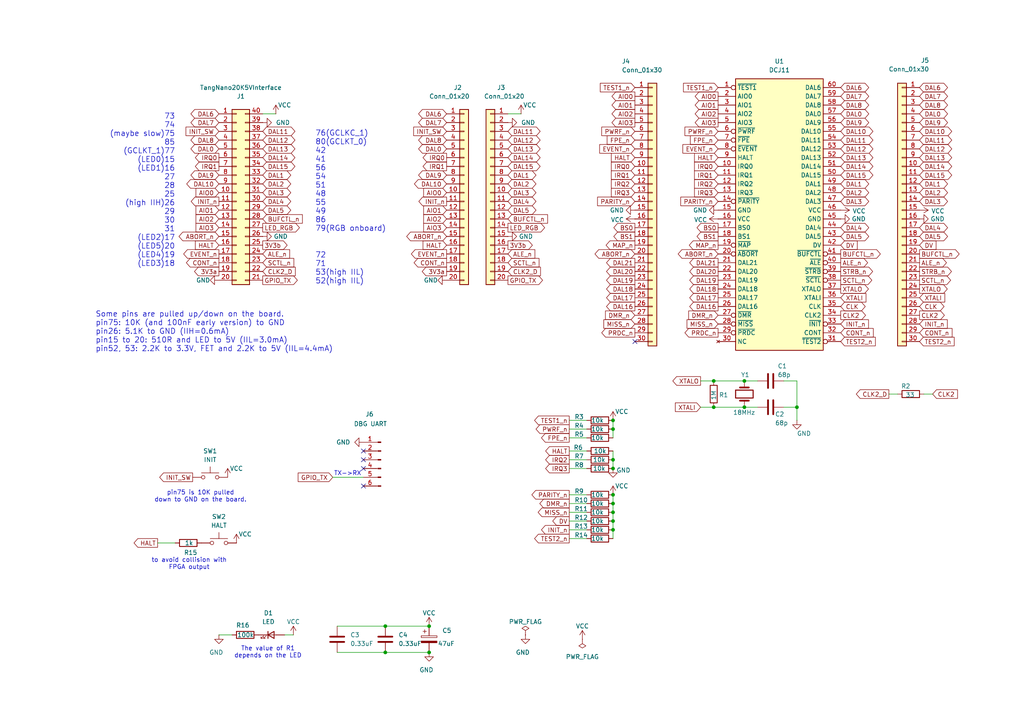
<source format=kicad_sch>
(kicad_sch (version 20231120) (generator "eeschema") (generator_version "8.0")
  (paper "A4")
  (title_block (title "Memory System and UART for DCJ11  using Tang Nano 20K") (date "2025-08-26") (rev "2.0") (company "Ryo Mukai") (comment 1 "modified to use CLK2"))
  (lib_symbols
    (symbol "000_MyLibrary:C" (pin_numbers hide) (pin_names (offset 0.254))
      (property "Reference" "C" (at 0.635 2.54 0))
      (property "Value" "C" (at 0.635 -2.54 0))
      (symbol "C_1_1"
        (pin passive line (at 0 3.81 270) (length 2.794) (name "~") (number "1"))
        (pin passive line (at 0 -3.81 90) (length 2.794) (name "~") (number "2"))
      )
    )
    (symbol "000_MyLibrary:C_Polarized" (pin_numbers hide) (pin_names (offset 0.254))
      (property "Reference" "C" (at 0.635 2.54 0))
      (property "Value" "C_Polarized" (at 0.635 -2.54 0))
      (symbol "C_Polarized_1_1"
        (pin passive line (at 0 3.81 270) (length 2.794) (name "~") (number "1"))
        (pin passive line (at 0 -3.81 90) (length 2.794) (name "~") (number "2"))
      )
    )
    (symbol "000_MyLibrary:Conn_01x06_Pin" (pin_names (offset 1.016) hide)
      (property "Reference" "J" (at 0 7.62 0))
      (property "Value" "Conn_01x06_Pin" (at 0 -10.16 0))
      (symbol "Conn_01x06_Pin_1_1"
        (pin passive line (at 5.08 5.08 180) (length 3.81) (name "Pin_1") (number "1"))
        (pin passive line (at 5.08 2.54 180) (length 3.81) (name "Pin_2") (number "2"))
        (pin passive line (at 5.08 0 180) (length 3.81) (name "Pin_3") (number "3"))
        (pin passive line (at 5.08 -2.54 180) (length 3.81) (name "Pin_4") (number "4"))
        (pin passive line (at 5.08 -5.08 180) (length 3.81) (name "Pin_5") (number "5"))
        (pin passive line (at 5.08 -7.62 180) (length 3.81) (name "Pin_6") (number "6"))
      )
    )
    (symbol "000_MyLibrary:Conn_01x20" (pin_names (offset 1.016) hide)
      (property "Reference" "J" (at 0 25.4 0))
      (property "Value" "Conn_01x20" (at 0 -27.94 0))
      (symbol "Conn_01x20_1_1"
        (pin passive line (at -5.08 22.86 0) (length 3.81) (name "Pin_1") (number "1"))
        (pin passive line (at -5.08 0 0) (length 3.81) (name "Pin_10") (number "10"))
        (pin passive line (at -5.08 -2.54 0) (length 3.81) (name "Pin_11") (number "11"))
        (pin passive line (at -5.08 -5.08 0) (length 3.81) (name "Pin_12") (number "12"))
        (pin passive line (at -5.08 -7.62 0) (length 3.81) (name "Pin_13") (number "13"))
        (pin passive line (at -5.08 -10.16 0) (length 3.81) (name "Pin_14") (number "14"))
        (pin passive line (at -5.08 -12.7 0) (length 3.81) (name "Pin_15") (number "15"))
        (pin passive line (at -5.08 -15.24 0) (length 3.81) (name "Pin_16") (number "16"))
        (pin passive line (at -5.08 -17.78 0) (length 3.81) (name "Pin_17") (number "17"))
        (pin passive line (at -5.08 -20.32 0) (length 3.81) (name "Pin_18") (number "18"))
        (pin passive line (at -5.08 -22.86 0) (length 3.81) (name "Pin_19") (number "19"))
        (pin passive line (at -5.08 20.32 0) (length 3.81) (name "Pin_2") (number "2"))
        (pin passive line (at -5.08 -25.4 0) (length 3.81) (name "Pin_20") (number "20"))
        (pin passive line (at -5.08 17.78 0) (length 3.81) (name "Pin_3") (number "3"))
        (pin passive line (at -5.08 15.24 0) (length 3.81) (name "Pin_4") (number "4"))
        (pin passive line (at -5.08 12.7 0) (length 3.81) (name "Pin_5") (number "5"))
        (pin passive line (at -5.08 10.16 0) (length 3.81) (name "Pin_6") (number "6"))
        (pin passive line (at -5.08 7.62 0) (length 3.81) (name "Pin_7") (number "7"))
        (pin passive line (at -5.08 5.08 0) (length 3.81) (name "Pin_8") (number "8"))
        (pin passive line (at -5.08 2.54 0) (length 3.81) (name "Pin_9") (number "9"))
      )
    )
    (symbol "000_MyLibrary:Conn_01x30" (pin_names (offset 1.016) hide)
      (property "Reference" "J" (at 0 38.1 0))
      (property "Value" "Conn_01x30" (at 0 -40.64 0))
      (symbol "Conn_01x30_1_1"
        (pin passive line (at -5.08 35.56 0) (length 3.81) (name "Pin_1") (number "1"))
        (pin passive line (at -5.08 12.7 0) (length 3.81) (name "Pin_10") (number "10"))
        (pin passive line (at -5.08 10.16 0) (length 3.81) (name "Pin_11") (number "11"))
        (pin passive line (at -5.08 7.62 0) (length 3.81) (name "Pin_12") (number "12"))
        (pin passive line (at -5.08 5.08 0) (length 3.81) (name "Pin_13") (number "13"))
        (pin passive line (at -5.08 2.54 0) (length 3.81) (name "Pin_14") (number "14"))
        (pin passive line (at -5.08 0 0) (length 3.81) (name "Pin_15") (number "15"))
        (pin passive line (at -5.08 -2.54 0) (length 3.81) (name "Pin_16") (number "16"))
        (pin passive line (at -5.08 -5.08 0) (length 3.81) (name "Pin_17") (number "17"))
        (pin passive line (at -5.08 -7.62 0) (length 3.81) (name "Pin_18") (number "18"))
        (pin passive line (at -5.08 -10.16 0) (length 3.81) (name "Pin_19") (number "19"))
        (pin passive line (at -5.08 33.02 0) (length 3.81) (name "Pin_2") (number "2"))
        (pin passive line (at -5.08 -12.7 0) (length 3.81) (name "Pin_20") (number "20"))
        (pin passive line (at -5.08 -15.24 0) (length 3.81) (name "Pin_21") (number "21"))
        (pin passive line (at -5.08 -17.78 0) (length 3.81) (name "Pin_22") (number "22"))
        (pin passive line (at -5.08 -20.32 0) (length 3.81) (name "Pin_23") (number "23"))
        (pin passive line (at -5.08 -22.86 0) (length 3.81) (name "Pin_24") (number "24"))
        (pin passive line (at -5.08 -25.4 0) (length 3.81) (name "Pin_25") (number "25"))
        (pin passive line (at -5.08 -27.94 0) (length 3.81) (name "Pin_26") (number "26"))
        (pin passive line (at -5.08 -30.48 0) (length 3.81) (name "Pin_27") (number "27"))
        (pin passive line (at -5.08 -33.02 0) (length 3.81) (name "Pin_28") (number "28"))
        (pin passive line (at -5.08 -35.56 0) (length 3.81) (name "Pin_29") (number "29"))
        (pin passive line (at -5.08 30.48 0) (length 3.81) (name "Pin_3") (number "3"))
        (pin passive line (at -5.08 -38.1 0) (length 3.81) (name "Pin_30") (number "30"))
        (pin passive line (at -5.08 27.94 0) (length 3.81) (name "Pin_4") (number "4"))
        (pin passive line (at -5.08 25.4 0) (length 3.81) (name "Pin_5") (number "5"))
        (pin passive line (at -5.08 22.86 0) (length 3.81) (name "Pin_6") (number "6"))
        (pin passive line (at -5.08 20.32 0) (length 3.81) (name "Pin_7") (number "7"))
        (pin passive line (at -5.08 17.78 0) (length 3.81) (name "Pin_8") (number "8"))
        (pin passive line (at -5.08 15.24 0) (length 3.81) (name "Pin_9") (number "9"))
      )
    )
    (symbol "000_MyLibrary:Conn_02x20_Counter_Clockwise" (pin_names (offset 1.016) hide)
      (property "Reference" "J" (at 1.27 25.4 0))
      (property "Value" "Conn_02x20_Counter_Clockwise" (at 1.27 -27.94 0))
      (symbol "Conn_02x20_Counter_Clockwise_1_1"
        (pin passive line (at -5.08 22.86 0) (length 3.81) (name "Pin_1") (number "1"))
        (pin passive line (at -5.08 0 0) (length 3.81) (name "Pin_10") (number "10"))
        (pin passive line (at -5.08 -2.54 0) (length 3.81) (name "Pin_11") (number "11"))
        (pin passive line (at -5.08 -5.08 0) (length 3.81) (name "Pin_12") (number "12"))
        (pin passive line (at -5.08 -7.62 0) (length 3.81) (name "Pin_13") (number "13"))
        (pin passive line (at -5.08 -10.16 0) (length 3.81) (name "Pin_14") (number "14"))
        (pin passive line (at -5.08 -12.7 0) (length 3.81) (name "Pin_15") (number "15"))
        (pin passive line (at -5.08 -15.24 0) (length 3.81) (name "Pin_16") (number "16"))
        (pin passive line (at -5.08 -17.78 0) (length 3.81) (name "Pin_17") (number "17"))
        (pin passive line (at -5.08 -20.32 0) (length 3.81) (name "Pin_18") (number "18"))
        (pin passive line (at -5.08 -22.86 0) (length 3.81) (name "Pin_19") (number "19"))
        (pin passive line (at -5.08 20.32 0) (length 3.81) (name "Pin_2") (number "2"))
        (pin passive line (at -5.08 -25.4 0) (length 3.81) (name "Pin_20") (number "20"))
        (pin passive line (at 7.62 -25.4 180) (length 3.81) (name "Pin_21") (number "21"))
        (pin passive line (at 7.62 -22.86 180) (length 3.81) (name "Pin_22") (number "22"))
        (pin passive line (at 7.62 -20.32 180) (length 3.81) (name "Pin_23") (number "23"))
        (pin passive line (at 7.62 -17.78 180) (length 3.81) (name "Pin_24") (number "24"))
        (pin passive line (at 7.62 -15.24 180) (length 3.81) (name "Pin_25") (number "25"))
        (pin passive line (at 7.62 -12.7 180) (length 3.81) (name "Pin_26") (number "26"))
        (pin passive line (at 7.62 -10.16 180) (length 3.81) (name "Pin_27") (number "27"))
        (pin passive line (at 7.62 -7.62 180) (length 3.81) (name "Pin_28") (number "28"))
        (pin passive line (at 7.62 -5.08 180) (length 3.81) (name "Pin_29") (number "29"))
        (pin passive line (at -5.08 17.78 0) (length 3.81) (name "Pin_3") (number "3"))
        (pin passive line (at 7.62 -2.54 180) (length 3.81) (name "Pin_30") (number "30"))
        (pin passive line (at 7.62 0 180) (length 3.81) (name "Pin_31") (number "31"))
        (pin passive line (at 7.62 2.54 180) (length 3.81) (name "Pin_32") (number "32"))
        (pin passive line (at 7.62 5.08 180) (length 3.81) (name "Pin_33") (number "33"))
        (pin passive line (at 7.62 7.62 180) (length 3.81) (name "Pin_34") (number "34"))
        (pin passive line (at 7.62 10.16 180) (length 3.81) (name "Pin_35") (number "35"))
        (pin passive line (at 7.62 12.7 180) (length 3.81) (name "Pin_36") (number "36"))
        (pin passive line (at 7.62 15.24 180) (length 3.81) (name "Pin_37") (number "37"))
        (pin passive line (at 7.62 17.78 180) (length 3.81) (name "Pin_38") (number "38"))
        (pin passive line (at 7.62 20.32 180) (length 3.81) (name "Pin_39") (number "39"))
        (pin passive line (at -5.08 15.24 0) (length 3.81) (name "Pin_4") (number "4"))
        (pin passive line (at 7.62 22.86 180) (length 3.81) (name "Pin_40") (number "40"))
        (pin passive line (at -5.08 12.7 0) (length 3.81) (name "Pin_5") (number "5"))
        (pin passive line (at -5.08 10.16 0) (length 3.81) (name "Pin_6") (number "6"))
        (pin passive line (at -5.08 7.62 0) (length 3.81) (name "Pin_7") (number "7"))
        (pin passive line (at -5.08 5.08 0) (length 3.81) (name "Pin_8") (number "8"))
        (pin passive line (at -5.08 2.54 0) (length 3.81) (name "Pin_9") (number "9"))
      )
    )
    (symbol "000_MyLibrary:Crystal" (pin_numbers hide) (pin_names (offset 1.016) hide)
      (property "Reference" "Y" (at 0 3.81 0))
      (property "Value" "Crystal" (at 0 -3.81 0))
      (symbol "Crystal_1_1"
        (pin passive line (at -3.81 0 0) (length 1.27) (name "1") (number "1"))
        (pin passive line (at 3.81 0 180) (length 1.27) (name "2") (number "2"))
      )
    )
    (symbol "000_MyLibrary:DCJ11"
      (property "Reference" "U" (at -3.302 42.672 0))
      (property "Value" "DCJ11" (at -0.762 40.64 0))
      (symbol "DCJ11_1_1"
        (pin input inverted (at -17.78 35.56 0) (length 5.08) (name "~{TEST1}") (number "1"))
        (pin input line (at -17.78 12.7 0) (length 5.08) (name "IRQ0") (number "10"))
        (pin input line (at -17.78 10.16 0) (length 5.08) (name "IRQ1") (number "11"))
        (pin input line (at -17.78 7.62 0) (length 5.08) (name "IRQ2") (number "12"))
        (pin input line (at -17.78 5.08 0) (length 5.08) (name "IRQ3") (number "13"))
        (pin input inverted (at -17.78 2.54 0) (length 5.08) (name "~{PARITY}") (number "14"))
        (pin power_in line (at -17.78 0 0) (length 5.08) (name "GND") (number "15"))
        (pin power_in line (at -17.78 -2.54 0) (length 5.08) (name "VCC") (number "16"))
        (pin output line (at -17.78 -5.08 0) (length 5.08) (name "BS0") (number "17"))
        (pin output line (at -17.78 -7.62 0) (length 5.08) (name "BS1") (number "18"))
        (pin output inverted (at -17.78 -10.16 0) (length 5.08) (name "~{MAP}") (number "19"))
        (pin bidirectional line (at -17.78 33.02 0) (length 5.08) (name "AIO0") (number "2"))
        (pin bidirectional inverted (at -17.78 -12.7 0) (length 5.08) (name "~{ABORT}") (number "20"))
        (pin output line (at -17.78 -15.24 0) (length 5.08) (name "DAL21") (number "21"))
        (pin output line (at -17.78 -17.78 0) (length 5.08) (name "DAL20") (number "22"))
        (pin output line (at -17.78 -20.32 0) (length 5.08) (name "DAL19") (number "23"))
        (pin output line (at -17.78 -22.86 0) (length 5.08) (name "DAL18") (number "24"))
        (pin output line (at -17.78 -25.4 0) (length 5.08) (name "DAL17") (number "25"))
        (pin output line (at -17.78 -27.94 0) (length 5.08) (name "DAL16") (number "26"))
        (pin input inverted (at -17.78 -30.48 0) (length 5.08) (name "~{DMR}") (number "27"))
        (pin input inverted (at -17.78 -33.02 0) (length 5.08) (name "~{MISS}") (number "28"))
        (pin output inverted (at -17.78 -35.56 0) (length 5.08) (name "~{PRDC}") (number "29"))
        (pin bidirectional line (at -17.78 30.48 0) (length 5.08) (name "AIO1") (number "3"))
        (pin no_connect line (at -17.78 -38.1 0) (length 5.08) (name "NC") (number "30"))
        (pin input inverted (at 17.78 -38.1 180) (length 5.08) (name "~{TEST2}") (number "31"))
        (pin input line (at 17.78 -35.56 180) (length 5.08) (name "CONT") (number "32"))
        (pin input inverted (at 17.78 -33.02 180) (length 5.08) (name "~{INIT}") (number "33"))
        (pin output line (at 17.78 -30.48 180) (length 5.08) (name "CLK2") (number "34"))
        (pin output line (at 17.78 -27.94 180) (length 5.08) (name "CLK") (number "35"))
        (pin input line (at 17.78 -25.4 180) (length 5.08) (name "XTALI") (number "36"))
        (pin output line (at 17.78 -22.86 180) (length 5.08) (name "XTALO") (number "37"))
        (pin output inverted (at 17.78 -20.32 180) (length 5.08) (name "~{SCTL}") (number "38"))
        (pin output inverted (at 17.78 -17.78 180) (length 5.08) (name "~{STRB}") (number "39"))
        (pin bidirectional line (at -17.78 27.94 0) (length 5.08) (name "AIO2") (number "4"))
        (pin output inverted (at 17.78 -15.24 180) (length 5.08) (name "~{ALE}") (number "40"))
        (pin output inverted (at 17.78 -12.7 180) (length 5.08) (name "~{BUFCTL}") (number "41"))
        (pin input line (at 17.78 -10.16 180) (length 5.08) (name "DV") (number "42"))
        (pin bidirectional line (at 17.78 -7.62 180) (length 5.08) (name "DAL5") (number "43"))
        (pin bidirectional line (at 17.78 -5.08 180) (length 5.08) (name "DAL4") (number "44"))
        (pin power_in line (at 17.78 -2.54 180) (length 5.08) (name "GND") (number "45"))
        (pin power_in line (at 17.78 0 180) (length 5.08) (name "VCC") (number "46"))
        (pin bidirectional line (at 17.78 2.54 180) (length 5.08) (name "DAL3") (number "47"))
        (pin bidirectional line (at 17.78 5.08 180) (length 5.08) (name "DAL2") (number "48"))
        (pin bidirectional line (at 17.78 7.62 180) (length 5.08) (name "DAL1") (number "49"))
        (pin bidirectional line (at -17.78 25.4 0) (length 5.08) (name "AIO3") (number "5"))
        (pin bidirectional line (at 17.78 10.16 180) (length 5.08) (name "DAL15") (number "50"))
        (pin bidirectional line (at 17.78 12.7 180) (length 5.08) (name "DAL14") (number "51"))
        (pin bidirectional line (at 17.78 15.24 180) (length 5.08) (name "DAL13") (number "52"))
        (pin bidirectional line (at 17.78 17.78 180) (length 5.08) (name "DAL12") (number "53"))
        (pin bidirectional line (at 17.78 20.32 180) (length 5.08) (name "DAL11") (number "54"))
        (pin bidirectional line (at 17.78 22.86 180) (length 5.08) (name "DAL10") (number "55"))
        (pin bidirectional line (at 17.78 25.4 180) (length 5.08) (name "DAL9") (number "56"))
        (pin bidirectional line (at 17.78 27.94 180) (length 5.08) (name "DAL0") (number "57"))
        (pin bidirectional line (at 17.78 30.48 180) (length 5.08) (name "DAL8") (number "58"))
        (pin bidirectional line (at 17.78 33.02 180) (length 5.08) (name "DAL7") (number "59"))
        (pin input inverted (at -17.78 22.86 0) (length 5.08) (name "~{PWRF}") (number "6"))
        (pin bidirectional line (at 17.78 35.56 180) (length 5.08) (name "DAL6") (number "60"))
        (pin input inverted (at -17.78 20.32 0) (length 5.08) (name "~{FPE}") (number "7"))
        (pin input inverted (at -17.78 17.78 0) (length 5.08) (name "~{EVENT}") (number "8"))
        (pin input line (at -17.78 15.24 0) (length 5.08) (name "HALT") (number "9"))
      )
    )
    (symbol "000_MyLibrary:LED" (pin_numbers hide) (pin_names (offset 1.016) hide)
      (property "Reference" "D" (at 0.254 2.54 0))
      (property "Value" "LED" (at 0.254 -2.54 0))
      (symbol "LED_1_1"
        (pin passive line (at -3.81 0 0) (length 2.54) (name "K") (number "1"))
        (pin passive line (at 3.81 0 180) (length 2.54) (name "A") (number "2"))
      )
    )
    (symbol "000_MyLibrary:R" (pin_numbers hide) (pin_names (offset 0))
      (property "Reference" "R" (at 2.032 0 90))
      (property "Value" "R" (at 0 0 90))
      (symbol "R_1_1"
        (pin passive line (at 0 3.81 270) (length 1.27) (name "~") (number "1"))
        (pin passive line (at 0 -3.81 90) (length 1.27) (name "~") (number "2"))
      )
    )
    (symbol "000_MyLibrary:SW_Push" (pin_numbers hide) (pin_names (offset 1.016) hide)
      (property "Reference" "SW" (at 1.27 2.54 0))
      (property "Value" "SW_Push" (at 0 -1.524 0))
      (symbol "SW_Push_0_1"
        (pin passive line (at -5.08 0 0) (length 2.54) (name "1") (number "1"))
        (pin passive line (at 5.08 0 180) (length 2.54) (name "2") (number "2"))
      )
    )
    (symbol "power:GND" (power) (pin_numbers hide) (pin_names (offset 0) hide)
      (property "Value" "GND" (at 0 -3.81 0))
      (symbol "GND_1_1"
        (pin power_in line (at 0 0 270) (length 0) (name "~") (number "1"))
      )
    )
    (symbol "power:PWR_FLAG" (power) (pin_numbers hide) (pin_names (offset 0) hide)
      (property "Value" "PWR_FLAG" (at 0 3.81 0))
      (symbol "PWR_FLAG_0_0"
        (pin power_out line (at 0 0 90) (length 0) (name "~") (number "1"))
      )
    )
    (symbol "power:VCC" (power) (pin_numbers hide) (pin_names (offset 0) hide)
      (property "Value" "VCC" (at 0 3.556 0))
      (symbol "VCC_1_1"
        (pin power_in line (at 0 0 90) (length 0) (name "~") (number "1"))
      )
    )
  )
  (junction (at 177.8 143.51))
  (junction (at 207.01 118.11))
  (junction (at 177.8 146.05))
  (junction (at 177.8 148.59))
  (junction (at 124.46 181.61))
  (junction (at 111.76 189.23))
  (junction (at 215.9 110.49))
  (junction (at 177.8 133.35))
  (junction (at 207.01 110.49))
  (junction (at 177.8 135.89))
  (junction (at 124.46 189.23))
  (junction (at 231.14 118.11))
  (junction (at 177.8 153.67))
  (junction (at 215.9 118.11))
  (junction (at 177.8 151.13))
  (junction (at 177.8 124.46))
  (junction (at 111.76 181.61))
  (junction (at 177.8 121.92))
  (no_connect (at 184.15 99.06))
  (no_connect (at 105.41 130.81))
  (no_connect (at 105.41 140.97))
  (no_connect (at 105.41 135.89))
  (no_connect (at 105.41 133.35))
  (wire (pts (xy 219.71 118.11) (xy 215.9 118.11)))
  (wire (pts (xy 231.14 110.49) (xy 231.14 118.11)))
  (wire (pts (xy 170.18 124.46) (xy 165.1 124.46)))
  (wire (pts (xy 170.18 146.05) (xy 165.1 146.05)))
  (wire (pts (xy 97.79 189.23) (xy 111.76 189.23)))
  (wire (pts (xy 170.18 153.67) (xy 165.1 153.67)))
  (wire (pts (xy 177.8 143.51) (xy 177.8 146.05)))
  (wire (pts (xy 207.01 118.11) (xy 215.9 118.11)))
  (wire (pts (xy 203.2 118.11) (xy 207.01 118.11)))
  (wire (pts (xy 170.18 133.35) (xy 165.1 133.35)))
  (wire (pts (xy 45.72 157.48) (xy 50.8 157.48)))
  (wire (pts (xy 177.8 130.81) (xy 177.8 133.35)))
  (wire (pts (xy 177.8 121.92) (xy 177.8 124.46)))
  (wire (pts (xy 257.81 114.3) (xy 260.35 114.3)))
  (wire (pts (xy 227.33 110.49) (xy 231.14 110.49)))
  (wire (pts (xy 82.55 184.15) (xy 85.09 184.15)))
  (wire (pts (xy 170.18 135.89) (xy 165.1 135.89)))
  (wire (pts (xy 203.2 110.49) (xy 207.01 110.49)))
  (wire (pts (xy 111.76 189.23) (xy 124.46 189.23)))
  (wire (pts (xy 177.8 124.46) (xy 177.8 127)))
  (wire (pts (xy 177.8 153.67) (xy 177.8 156.21)))
  (wire (pts (xy 177.8 133.35) (xy 177.8 135.89)))
  (wire (pts (xy 63.5 184.15) (xy 67.31 184.15)))
  (wire (pts (xy 80.01 33.02) (xy 76.2 33.02)))
  (wire (pts (xy 177.8 146.05) (xy 177.8 148.59)))
  (wire (pts (xy 97.79 181.61) (xy 111.76 181.61)))
  (wire (pts (xy 270.51 114.3) (xy 267.97 114.3)))
  (wire (pts (xy 219.71 110.49) (xy 215.9 110.49)))
  (wire (pts (xy 170.18 148.59) (xy 165.1 148.59)))
  (wire (pts (xy 177.8 151.13) (xy 177.8 153.67)))
  (wire (pts (xy 170.18 151.13) (xy 165.1 151.13)))
  (wire (pts (xy 151.13 33.02) (xy 147.32 33.02)))
  (wire (pts (xy 170.18 127) (xy 165.1 127)))
  (wire (pts (xy 170.18 156.21) (xy 165.1 156.21)))
  (wire (pts (xy 231.14 118.11) (xy 231.14 121.92)))
  (wire (pts (xy 227.33 118.11) (xy 231.14 118.11)))
  (wire (pts (xy 111.76 181.61) (xy 124.46 181.61)))
  (wire (pts (xy 165.1 130.81) (xy 170.18 130.81)))
  (wire (pts (xy 207.01 110.49) (xy 215.9 110.49)))
  (wire (pts (xy 177.8 148.59) (xy 177.8 151.13)))
  (wire (pts (xy 96.52 138.43) (xy 105.41 138.43)))
  (wire (pts (xy 170.18 143.51) (xy 165.1 143.51)))
  (wire (pts (xy 170.18 121.92) (xy 165.1 121.92)))
  (text "72\n71\n53(high IIL)\n52(high IIL)" (at 91.44 82.55 0) (effects (font (size 1.56 1.56)) (justify left bottom)))
  (text "73\n74\n(maybe slow)75\n85\n(GCLKT_1)77\n(LED0)15\n(LED1)16\n27\n28\n25\n(high IIH)26\n29\n30\n31\n(LED2)17\n(LED5)20\n(LED4)19\n(LED3)18" (at 50.8 77.47 0) (effects (font (size 1.56 1.56)) (justify right bottom)))
  (text "76(GCLKC_1)\n80(GCLKT_0)\n42\n41\n56\n54\n51\n48\n55\n49\n86\n79(RGB onboard)" (at 91.44 67.31 0) (effects (font (size 1.56 1.56)) (justify left bottom)))
  (text "Some pins are pulled up/down on the board.\npin75: 10K (and 100nF early version) to GND\npin26: 5.1K to GND (IIH=0.6mA)\npin15 to 20: 510R and LED to 5V (IIL=3.0mA)\npin52, 53: 2.2K to 3.3V, FET and 2.2K to 5V (IIL=4.4mA)\n" (at 27.686 96.266 0) (effects (font (size 1.56 1.56)) (justify left)))
  (text "The value of R1\ndepends on the LED" (at 77.724 189.23 0) (effects (font (size 1.27 1.27))))
  (text "TX->RX" (at 100.838 137.414 0) (effects (font (size 1.27 1.27))))
  (text "pin75 is 10K pulled\ndown to GND on the board." (at 58.166 144.018 0) (effects (font (size 1.27 1.27))))
  (text "to avoid collision with\nFPGA output" (at 54.864 163.576 0) (effects (font (size 1.27 1.27))))
  (global_label "HALT" (shape input) (at 184.15 45.72 180) (property "Intersheetrefs" "${INTERSHEET_REFS}" (effects (hide yes))))
  (global_label "DAL7" (shape tri_state) (at 266.7 27.94 0) (property "Intersheetrefs" "${INTERSHEET_REFS}" (effects (hide yes))))
  (global_label "LED_RGB" (shape output) (at 147.32 66.04 0) (property "Intersheetrefs" "${INTERSHEET_REFS}" (effects (hide yes))))
  (global_label "DAL14" (shape tri_state) (at 147.32 45.72 0) (property "Intersheetrefs" "${INTERSHEET_REFS}" (effects (hide yes))))
  (global_label "DAL4" (shape tri_state) (at 266.7 66.04 0) (property "Intersheetrefs" "${INTERSHEET_REFS}" (effects (hide yes))))
  (global_label "AIO1" (shape output) (at 184.15 30.48 180) (property "Intersheetrefs" "${INTERSHEET_REFS}" (effects (hide yes))))
  (global_label "BS0" (shape output) (at 208.28 66.04 180) (property "Intersheetrefs" "${INTERSHEET_REFS}" (effects (hide yes))))
  (global_label "DAL17" (shape output) (at 208.28 86.36 180) (property "Intersheetrefs" "${INTERSHEET_REFS}" (effects (hide yes))))
  (global_label "DAL9" (shape tri_state) (at 266.7 35.56 0) (property "Intersheetrefs" "${INTERSHEET_REFS}" (effects (hide yes))))
  (global_label "ALE_n" (shape output) (at 266.7 76.2 0) (property "Intersheetrefs" "${INTERSHEET_REFS}" (effects (hide yes))))
  (global_label "DAL17" (shape output) (at 184.15 86.36 180) (property "Intersheetrefs" "${INTERSHEET_REFS}" (effects (hide yes))))
  (global_label "DAL4" (shape tri_state) (at 76.2 58.42 0) (property "Intersheetrefs" "${INTERSHEET_REFS}" (effects (hide yes))))
  (global_label "EVENT_n" (shape output) (at 129.54 73.66 180) (property "Intersheetrefs" "${INTERSHEET_REFS}" (effects (hide yes))))
  (global_label "DAL9" (shape tri_state) (at 243.84 35.56 0) (property "Intersheetrefs" "${INTERSHEET_REFS}" (effects (hide yes))))
  (global_label "IRQ2" (shape output) (at 165.1 133.35 180) (property "Intersheetrefs" "${INTERSHEET_REFS}" (effects (hide yes))))
  (global_label "DAL6" (shape tri_state) (at 63.5 33.02 180) (property "Intersheetrefs" "${INTERSHEET_REFS}" (effects (hide yes))))
  (global_label "IRQ3" (shape input) (at 184.15 55.88 180) (property "Intersheetrefs" "${INTERSHEET_REFS}" (effects (hide yes))))
  (global_label "DAL15" (shape tri_state) (at 76.2 48.26 0) (property "Intersheetrefs" "${INTERSHEET_REFS}" (effects (hide yes))))
  (global_label "AIO3" (shape input) (at 63.5 66.04 180) (property "Intersheetrefs" "${INTERSHEET_REFS}" (effects (hide yes))))
  (global_label "DAL13" (shape tri_state) (at 266.7 45.72 0) (property "Intersheetrefs" "${INTERSHEET_REFS}" (effects (hide yes))))
  (global_label "IRQ0" (shape input) (at 184.15 48.26 180) (property "Intersheetrefs" "${INTERSHEET_REFS}" (effects (hide yes))))
  (global_label "IRQ3" (shape output) (at 165.1 135.89 180) (property "Intersheetrefs" "${INTERSHEET_REFS}" (effects (hide yes))))
  (global_label "DAL5" (shape tri_state) (at 147.32 60.96 0) (property "Intersheetrefs" "${INTERSHEET_REFS}" (effects (hide yes))))
  (global_label "MISS_n" (shape input) (at 184.15 93.98 180) (property "Intersheetrefs" "${INTERSHEET_REFS}" (effects (hide yes))))
  (global_label "HALT" (shape input) (at 129.54 71.12 180) (property "Intersheetrefs" "${INTERSHEET_REFS}" (effects (hide yes))))
  (global_label "ABORT_n" (shape bidirectional) (at 184.15 73.66 180) (property "Intersheetrefs" "${INTERSHEET_REFS}" (effects (hide yes))))
  (global_label "AIO2" (shape input) (at 63.5 63.5 180) (property "Intersheetrefs" "${INTERSHEET_REFS}" (effects (hide yes))))
  (global_label "IRQ0" (shape output) (at 63.5 45.72 180) (property "Intersheetrefs" "${INTERSHEET_REFS}" (effects (hide yes))))
  (global_label "DAL15" (shape tri_state) (at 147.32 48.26 0) (property "Intersheetrefs" "${INTERSHEET_REFS}" (effects (hide yes))))
  (global_label "SCTL_n" (shape input) (at 76.2 76.2 0) (property "Intersheetrefs" "${INTERSHEET_REFS}" (effects (hide yes))))
  (global_label "DAL13" (shape tri_state) (at 76.2 43.18 0) (property "Intersheetrefs" "${INTERSHEET_REFS}" (effects (hide yes))))
  (global_label "STRB_n" (shape output) (at 243.84 78.74 0) (property "Intersheetrefs" "${INTERSHEET_REFS}" (effects (hide yes))))
  (global_label "AIO0" (shape input) (at 63.5 55.88 180) (property "Intersheetrefs" "${INTERSHEET_REFS}" (effects (hide yes))))
  (global_label "DAL2" (shape tri_state) (at 243.84 55.88 0) (property "Intersheetrefs" "${INTERSHEET_REFS}" (effects (hide yes))))
  (global_label "PWRF_n" (shape output) (at 165.1 124.46 180) (property "Intersheetrefs" "${INTERSHEET_REFS}" (effects (hide yes))))
  (global_label "CONT_n" (shape input) (at 243.84 96.52 0) (property "Intersheetrefs" "${INTERSHEET_REFS}" (effects (hide yes))))
  (global_label "SCTL_n" (shape output) (at 243.84 81.28 0) (property "Intersheetrefs" "${INTERSHEET_REFS}" (effects (hide yes))))
  (global_label "ALE_n" (shape input) (at 147.32 73.66 0) (property "Intersheetrefs" "${INTERSHEET_REFS}" (effects (hide yes))))
  (global_label "HALT" (shape input) (at 208.28 45.72 180) (property "Intersheetrefs" "${INTERSHEET_REFS}" (effects (hide yes))))
  (global_label "DAL11" (shape tri_state) (at 266.7 40.64 0) (property "Intersheetrefs" "${INTERSHEET_REFS}" (effects (hide yes))))
  (global_label "3V3a" (shape output) (at 129.54 78.74 180) (property "Intersheetrefs" "${INTERSHEET_REFS}" (effects (hide yes))))
  (global_label "CLK2" (shape output) (at 266.7 91.44 0) (property "Intersheetrefs" "${INTERSHEET_REFS}" (effects (hide yes))))
  (global_label "BS0" (shape output) (at 184.15 66.04 180) (property "Intersheetrefs" "${INTERSHEET_REFS}" (effects (hide yes))))
  (global_label "DAL1" (shape tri_state) (at 147.32 50.8 0) (property "Intersheetrefs" "${INTERSHEET_REFS}" (effects (hide yes))))
  (global_label "DAL5" (shape tri_state) (at 243.84 68.58 0) (property "Intersheetrefs" "${INTERSHEET_REFS}" (effects (hide yes))))
  (global_label "DAL0" (shape tri_state) (at 129.54 43.18 180) (property "Intersheetrefs" "${INTERSHEET_REFS}" (effects (hide yes))))
  (global_label "DAL14" (shape tri_state) (at 243.84 48.26 0) (property "Intersheetrefs" "${INTERSHEET_REFS}" (effects (hide yes))))
  (global_label "PWRF_n" (shape input) (at 208.28 38.1 180) (property "Intersheetrefs" "${INTERSHEET_REFS}" (effects (hide yes))))
  (global_label "DAL18" (shape output) (at 208.28 83.82 180) (property "Intersheetrefs" "${INTERSHEET_REFS}" (effects (hide yes))))
  (global_label "TEST2_n" (shape output) (at 165.1 156.21 180) (property "Intersheetrefs" "${INTERSHEET_REFS}" (effects (hide yes))))
  (global_label "DAL8" (shape tri_state) (at 63.5 40.64 180) (property "Intersheetrefs" "${INTERSHEET_REFS}" (effects (hide yes))))
  (global_label "DAL4" (shape tri_state) (at 243.84 66.04 0) (property "Intersheetrefs" "${INTERSHEET_REFS}" (effects (hide yes))))
  (global_label "DAL21" (shape output) (at 184.15 76.2 180) (property "Intersheetrefs" "${INTERSHEET_REFS}" (effects (hide yes))))
  (global_label "EVENT_n" (shape input) (at 208.28 43.18 180) (property "Intersheetrefs" "${INTERSHEET_REFS}" (effects (hide yes))))
  (global_label "AIO1" (shape output) (at 208.28 30.48 180) (property "Intersheetrefs" "${INTERSHEET_REFS}" (effects (hide yes))))
  (global_label "DAL15" (shape tri_state) (at 243.84 50.8 0) (property "Intersheetrefs" "${INTERSHEET_REFS}" (effects (hide yes))))
  (global_label "DAL5" (shape tri_state) (at 266.7 68.58 0) (property "Intersheetrefs" "${INTERSHEET_REFS}" (effects (hide yes))))
  (global_label "XTALO" (shape output) (at 243.84 83.82 0) (property "Intersheetrefs" "${INTERSHEET_REFS}" (effects (hide yes))))
  (global_label "DAL10" (shape tri_state) (at 129.54 53.34 180) (property "Intersheetrefs" "${INTERSHEET_REFS}" (effects (hide yes))))
  (global_label "DAL7" (shape tri_state) (at 63.5 35.56 180) (property "Intersheetrefs" "${INTERSHEET_REFS}" (effects (hide yes))))
  (global_label "TEST2_n" (shape input) (at 243.84 99.06 0) (property "Intersheetrefs" "${INTERSHEET_REFS}" (effects (hide yes))))
  (global_label "PARITY_n" (shape output) (at 165.1 143.51 180) (property "Intersheetrefs" "${INTERSHEET_REFS}" (effects (hide yes))))
  (global_label "DAL15" (shape tri_state) (at 266.7 50.8 0) (property "Intersheetrefs" "${INTERSHEET_REFS}" (effects (hide yes))))
  (global_label "DAL7" (shape tri_state) (at 243.84 27.94 0) (property "Intersheetrefs" "${INTERSHEET_REFS}" (effects (hide yes))))
  (global_label "XTALI" (shape input) (at 266.7 86.36 0) (property "Intersheetrefs" "${INTERSHEET_REFS}" (effects (hide yes))))
  (global_label "TEST1_n" (shape input) (at 208.28 25.4 180) (property "Intersheetrefs" "${INTERSHEET_REFS}" (effects (hide yes))))
  (global_label "PARITY_n" (shape input) (at 184.15 58.42 180) (property "Intersheetrefs" "${INTERSHEET_REFS}" (effects (hide yes))))
  (global_label "DAL5" (shape tri_state) (at 76.2 60.96 0) (property "Intersheetrefs" "${INTERSHEET_REFS}" (effects (hide yes))))
  (global_label "TEST2_n" (shape input) (at 266.7 99.06 0) (property "Intersheetrefs" "${INTERSHEET_REFS}" (effects (hide yes))))
  (global_label "CLK2" (shape input) (at 270.51 114.3 0) (property "Intersheetrefs" "${INTERSHEET_REFS}" (effects (hide yes))))
  (global_label "DAL14" (shape tri_state) (at 266.7 48.26 0) (property "Intersheetrefs" "${INTERSHEET_REFS}" (effects (hide yes))))
  (global_label "DAL11" (shape tri_state) (at 76.2 38.1 0) (property "Intersheetrefs" "${INTERSHEET_REFS}" (effects (hide yes))))
  (global_label "CONT_n" (shape input) (at 266.7 96.52 0) (property "Intersheetrefs" "${INTERSHEET_REFS}" (effects (hide yes))))
  (global_label "FPE_n" (shape input) (at 208.28 40.64 180) (property "Intersheetrefs" "${INTERSHEET_REFS}" (effects (hide yes))))
  (global_label "DAL10" (shape tri_state) (at 266.7 38.1 0) (property "Intersheetrefs" "${INTERSHEET_REFS}" (effects (hide yes))))
  (global_label "INIT_n" (shape input) (at 243.84 93.98 0) (property "Intersheetrefs" "${INTERSHEET_REFS}" (effects (hide yes))))
  (global_label "GPIO_TX" (shape output) (at 76.2 81.28 0) (property "Intersheetrefs" "${INTERSHEET_REFS}" (effects (hide yes))))
  (global_label "BUFCTL_n" (shape input) (at 147.32 63.5 0) (property "Intersheetrefs" "${INTERSHEET_REFS}" (effects (hide yes))))
  (global_label "DAL16" (shape output) (at 208.28 88.9 180) (property "Intersheetrefs" "${INTERSHEET_REFS}" (effects (hide yes))))
  (global_label "DAL8" (shape tri_state) (at 243.84 30.48 0) (property "Intersheetrefs" "${INTERSHEET_REFS}" (effects (hide yes))))
  (global_label "SCTL_n" (shape output) (at 266.7 81.28 0) (property "Intersheetrefs" "${INTERSHEET_REFS}" (effects (hide yes))))
  (global_label "XTALO" (shape output) (at 203.2 110.49 180) (property "Intersheetrefs" "${INTERSHEET_REFS}" (effects (hide yes))))
  (global_label "DAL13" (shape tri_state) (at 243.84 45.72 0) (property "Intersheetrefs" "${INTERSHEET_REFS}" (effects (hide yes))))
  (global_label "INIT_n" (shape output) (at 165.1 153.67 180) (property "Intersheetrefs" "${INTERSHEET_REFS}" (effects (hide yes))))
  (global_label "DAL4" (shape tri_state) (at 147.32 58.42 0) (property "Intersheetrefs" "${INTERSHEET_REFS}" (effects (hide yes))))
  (global_label "DAL12" (shape tri_state) (at 243.84 43.18 0) (property "Intersheetrefs" "${INTERSHEET_REFS}" (effects (hide yes))))
  (global_label "EVENT_n" (shape output) (at 63.5 73.66 180) (property "Intersheetrefs" "${INTERSHEET_REFS}" (effects (hide yes))))
  (global_label "STRB_n" (shape output) (at 266.7 78.74 0) (property "Intersheetrefs" "${INTERSHEET_REFS}" (effects (hide yes))))
  (global_label "ABORT_n" (shape bidirectional) (at 208.28 73.66 180) (property "Intersheetrefs" "${INTERSHEET_REFS}" (effects (hide yes))))
  (global_label "INIT_n" (shape output) (at 129.54 58.42 180) (property "Intersheetrefs" "${INTERSHEET_REFS}" (effects (hide yes))))
  (global_label "MAP_n" (shape output) (at 184.15 71.12 180) (property "Intersheetrefs" "${INTERSHEET_REFS}" (effects (hide yes))))
  (global_label "TEST1_n" (shape output) (at 165.1 121.92 180) (property "Intersheetrefs" "${INTERSHEET_REFS}" (effects (hide yes))))
  (global_label "DAL9" (shape tri_state) (at 63.5 50.8 180) (property "Intersheetrefs" "${INTERSHEET_REFS}" (effects (hide yes))))
  (global_label "DAL14" (shape tri_state) (at 76.2 45.72 0) (property "Intersheetrefs" "${INTERSHEET_REFS}" (effects (hide yes))))
  (global_label "BUFCTL_n" (shape input) (at 76.2 63.5 0) (property "Intersheetrefs" "${INTERSHEET_REFS}" (effects (hide yes))))
  (global_label "SCTL_n" (shape input) (at 147.32 76.2 0) (property "Intersheetrefs" "${INTERSHEET_REFS}" (effects (hide yes))))
  (global_label "DAL3" (shape tri_state) (at 243.84 58.42 0) (property "Intersheetrefs" "${INTERSHEET_REFS}" (effects (hide yes))))
  (global_label "DAL13" (shape tri_state) (at 147.32 43.18 0) (property "Intersheetrefs" "${INTERSHEET_REFS}" (effects (hide yes))))
  (global_label "DAL10" (shape tri_state) (at 63.5 53.34 180) (property "Intersheetrefs" "${INTERSHEET_REFS}" (effects (hide yes))))
  (global_label "DAL0" (shape tri_state) (at 266.7 33.02 0) (property "Intersheetrefs" "${INTERSHEET_REFS}" (effects (hide yes))))
  (global_label "DAL6" (shape tri_state) (at 129.54 33.02 180) (property "Intersheetrefs" "${INTERSHEET_REFS}" (effects (hide yes))))
  (global_label "AIO2" (shape output) (at 184.15 33.02 180) (property "Intersheetrefs" "${INTERSHEET_REFS}" (effects (hide yes))))
  (global_label "AIO1" (shape input) (at 129.54 60.96 180) (property "Intersheetrefs" "${INTERSHEET_REFS}" (effects (hide yes))))
  (global_label "CLK2_D" (shape input) (at 76.2 78.74 0) (property "Intersheetrefs" "${INTERSHEET_REFS}" (effects (hide yes))))
  (global_label "AIO2" (shape output) (at 208.28 33.02 180) (property "Intersheetrefs" "${INTERSHEET_REFS}" (effects (hide yes))))
  (global_label "GPIO_TX" (shape output) (at 147.32 81.28 0) (property "Intersheetrefs" "${INTERSHEET_REFS}" (effects (hide yes))))
  (global_label "DAL7" (shape tri_state) (at 129.54 35.56 180) (property "Intersheetrefs" "${INTERSHEET_REFS}" (effects (hide yes))))
  (global_label "DAL9" (shape tri_state) (at 129.54 50.8 180) (property "Intersheetrefs" "${INTERSHEET_REFS}" (effects (hide yes))))
  (global_label "HALT" (shape input) (at 63.5 71.12 180) (property "Intersheetrefs" "${INTERSHEET_REFS}" (effects (hide yes))))
  (global_label "AIO0" (shape input) (at 129.54 55.88 180) (property "Intersheetrefs" "${INTERSHEET_REFS}" (effects (hide yes))))
  (global_label "AIO0" (shape output) (at 208.28 27.94 180) (property "Intersheetrefs" "${INTERSHEET_REFS}" (effects (hide yes))))
  (global_label "INIT_n" (shape input) (at 266.7 93.98 0) (property "Intersheetrefs" "${INTERSHEET_REFS}" (effects (hide yes))))
  (global_label "DMR_n" (shape output) (at 165.1 146.05 180) (property "Intersheetrefs" "${INTERSHEET_REFS}" (effects (hide yes))))
  (global_label "DAL11" (shape tri_state) (at 243.84 40.64 0) (property "Intersheetrefs" "${INTERSHEET_REFS}" (effects (hide yes))))
  (global_label "TEST1_n" (shape input) (at 184.15 25.4 180) (property "Intersheetrefs" "${INTERSHEET_REFS}" (effects (hide yes))))
  (global_label "DAL8" (shape tri_state) (at 266.7 30.48 0) (property "Intersheetrefs" "${INTERSHEET_REFS}" (effects (hide yes))))
  (global_label "DAL6" (shape tri_state) (at 243.84 25.4 0) (property "Intersheetrefs" "${INTERSHEET_REFS}" (effects (hide yes))))
  (global_label "IRQ1" (shape output) (at 129.54 48.26 180) (property "Intersheetrefs" "${INTERSHEET_REFS}" (effects (hide yes))))
  (global_label "AIO3" (shape input) (at 129.54 66.04 180) (property "Intersheetrefs" "${INTERSHEET_REFS}" (effects (hide yes))))
  (global_label "DMR_n" (shape input) (at 184.15 91.44 180) (property "Intersheetrefs" "${INTERSHEET_REFS}" (effects (hide yes))))
  (global_label "DAL1" (shape tri_state) (at 76.2 50.8 0) (property "Intersheetrefs" "${INTERSHEET_REFS}" (effects (hide yes))))
  (global_label "DV" (shape output) (at 165.1 151.13 180) (property "Intersheetrefs" "${INTERSHEET_REFS}" (effects (hide yes))))
  (global_label "DAL1" (shape tri_state) (at 266.7 53.34 0) (property "Intersheetrefs" "${INTERSHEET_REFS}" (effects (hide yes))))
  (global_label "INIT_n" (shape output) (at 63.5 58.42 180) (property "Intersheetrefs" "${INTERSHEET_REFS}" (effects (hide yes))))
  (global_label "BS1" (shape output) (at 208.28 68.58 180) (property "Intersheetrefs" "${INTERSHEET_REFS}" (effects (hide yes))))
  (global_label "IRQ0" (shape input) (at 208.28 48.26 180) (property "Intersheetrefs" "${INTERSHEET_REFS}" (effects (hide yes))))
  (global_label "DAL12" (shape tri_state) (at 147.32 40.64 0) (property "Intersheetrefs" "${INTERSHEET_REFS}" (effects (hide yes))))
  (global_label "DAL12" (shape tri_state) (at 76.2 40.64 0) (property "Intersheetrefs" "${INTERSHEET_REFS}" (effects (hide yes))))
  (global_label "INIT_SW" (shape input) (at 129.54 38.1 180) (property "Intersheetrefs" "${INTERSHEET_REFS}" (effects (hide yes))))
  (global_label "DAL16" (shape output) (at 184.15 88.9 180) (property "Intersheetrefs" "${INTERSHEET_REFS}" (effects (hide yes))))
  (global_label "AIO1" (shape input) (at 63.5 60.96 180) (property "Intersheetrefs" "${INTERSHEET_REFS}" (effects (hide yes))))
  (global_label "DAL11" (shape tri_state) (at 147.32 38.1 0) (property "Intersheetrefs" "${INTERSHEET_REFS}" (effects (hide yes))))
  (global_label "AIO2" (shape input) (at 129.54 63.5 180) (property "Intersheetrefs" "${INTERSHEET_REFS}" (effects (hide yes))))
  (global_label "CLK2_D" (shape input) (at 147.32 78.74 0) (property "Intersheetrefs" "${INTERSHEET_REFS}" (effects (hide yes))))
  (global_label "CONT_n" (shape output) (at 129.54 76.2 180) (property "Intersheetrefs" "${INTERSHEET_REFS}" (effects (hide yes))))
  (global_label "HALT" (shape output) (at 165.1 130.81 180) (property "Intersheetrefs" "${INTERSHEET_REFS}" (effects (hide yes))))
  (global_label "IRQ1" (shape input) (at 208.28 50.8 180) (property "Intersheetrefs" "${INTERSHEET_REFS}" (effects (hide yes))))
  (global_label "DV" (shape input) (at 266.7 71.12 0) (property "Intersheetrefs" "${INTERSHEET_REFS}" (effects (hide yes))))
  (global_label "INIT_SW" (shape output) (at 55.88 138.43 180) (property "Intersheetrefs" "${INTERSHEET_REFS}" (effects (hide yes))))
  (global_label "ALE_n" (shape output) (at 243.84 76.2 0) (property "Intersheetrefs" "${INTERSHEET_REFS}" (effects (hide yes))))
  (global_label "CLK2_D" (shape output) (at 257.81 114.3 180) (property "Intersheetrefs" "${INTERSHEET_REFS}" (effects (hide yes))))
  (global_label "DV" (shape input) (at 243.84 71.12 0) (property "Intersheetrefs" "${INTERSHEET_REFS}" (effects (hide yes))))
  (global_label "DAL2" (shape tri_state) (at 266.7 55.88 0) (property "Intersheetrefs" "${INTERSHEET_REFS}" (effects (hide yes))))
  (global_label "EVENT_n" (shape input) (at 184.15 43.18 180) (property "Intersheetrefs" "${INTERSHEET_REFS}" (effects (hide yes))))
  (global_label "MISS_n" (shape input) (at 208.28 93.98 180) (property "Intersheetrefs" "${INTERSHEET_REFS}" (effects (hide yes))))
  (global_label "FPE_n" (shape input) (at 184.15 40.64 180) (property "Intersheetrefs" "${INTERSHEET_REFS}" (effects (hide yes))))
  (global_label "DAL19" (shape output) (at 184.15 81.28 180) (property "Intersheetrefs" "${INTERSHEET_REFS}" (effects (hide yes))))
  (global_label "AIO3" (shape output) (at 208.28 35.56 180) (property "Intersheetrefs" "${INTERSHEET_REFS}" (effects (hide yes))))
  (global_label "AIO3" (shape output) (at 184.15 35.56 180) (property "Intersheetrefs" "${INTERSHEET_REFS}" (effects (hide yes))))
  (global_label "ABORT_n" (shape bidirectional) (at 63.5 68.58 180) (property "Intersheetrefs" "${INTERSHEET_REFS}" (effects (hide yes))))
  (global_label "DAL3" (shape tri_state) (at 147.32 55.88 0) (property "Intersheetrefs" "${INTERSHEET_REFS}" (effects (hide yes))))
  (global_label "DMR_n" (shape input) (at 208.28 91.44 180) (property "Intersheetrefs" "${INTERSHEET_REFS}" (effects (hide yes))))
  (global_label "BUFCTL_n" (shape output) (at 266.7 73.66 0) (property "Intersheetrefs" "${INTERSHEET_REFS}" (effects (hide yes))))
  (global_label "DAL6" (shape tri_state) (at 266.7 25.4 0) (property "Intersheetrefs" "${INTERSHEET_REFS}" (effects (hide yes))))
  (global_label "IRQ2" (shape input) (at 208.28 53.34 180) (property "Intersheetrefs" "${INTERSHEET_REFS}" (effects (hide yes))))
  (global_label "DAL2" (shape tri_state) (at 76.2 53.34 0) (property "Intersheetrefs" "${INTERSHEET_REFS}" (effects (hide yes))))
  (global_label "PRDC_n" (shape output) (at 184.15 96.52 180) (property "Intersheetrefs" "${INTERSHEET_REFS}" (effects (hide yes))))
  (global_label "IRQ3" (shape input) (at 208.28 55.88 180) (property "Intersheetrefs" "${INTERSHEET_REFS}" (effects (hide yes))))
  (global_label "DAL8" (shape tri_state) (at 129.54 40.64 180) (property "Intersheetrefs" "${INTERSHEET_REFS}" (effects (hide yes))))
  (global_label "IRQ1" (shape input) (at 184.15 50.8 180) (property "Intersheetrefs" "${INTERSHEET_REFS}" (effects (hide yes))))
  (global_label "FPE_n" (shape output) (at 165.1 127 180) (property "Intersheetrefs" "${INTERSHEET_REFS}" (effects (hide yes))))
  (global_label "DAL0" (shape tri_state) (at 243.84 33.02 0) (property "Intersheetrefs" "${INTERSHEET_REFS}" (effects (hide yes))))
  (global_label "MISS_n" (shape output) (at 165.1 148.59 180) (property "Intersheetrefs" "${INTERSHEET_REFS}" (effects (hide yes))))
  (global_label "BUFCTL_n" (shape output) (at 243.84 73.66 0) (property "Intersheetrefs" "${INTERSHEET_REFS}" (effects (hide yes))))
  (global_label "AIO0" (shape output) (at 184.15 27.94 180) (property "Intersheetrefs" "${INTERSHEET_REFS}" (effects (hide yes))))
  (global_label "XTALI" (shape input) (at 243.84 86.36 0) (property "Intersheetrefs" "${INTERSHEET_REFS}" (effects (hide yes))))
  (global_label "DAL3" (shape tri_state) (at 76.2 55.88 0) (property "Intersheetrefs" "${INTERSHEET_REFS}" (effects (hide yes))))
  (global_label "DAL21" (shape output) (at 208.28 76.2 180) (property "Intersheetrefs" "${INTERSHEET_REFS}" (effects (hide yes))))
  (global_label "DAL0" (shape tri_state) (at 63.5 43.18 180) (property "Intersheetrefs" "${INTERSHEET_REFS}" (effects (hide yes))))
  (global_label "XTALO" (shape output) (at 266.7 83.82 0) (property "Intersheetrefs" "${INTERSHEET_REFS}" (effects (hide yes))))
  (global_label "ABORT_n" (shape bidirectional) (at 129.54 68.58 180) (property "Intersheetrefs" "${INTERSHEET_REFS}" (effects (hide yes))))
  (global_label "MAP_n" (shape output) (at 208.28 71.12 180) (property "Intersheetrefs" "${INTERSHEET_REFS}" (effects (hide yes))))
  (global_label "IRQ0" (shape output) (at 129.54 45.72 180) (property "Intersheetrefs" "${INTERSHEET_REFS}" (effects (hide yes))))
  (global_label "DAL1" (shape tri_state) (at 243.84 53.34 0) (property "Intersheetrefs" "${INTERSHEET_REFS}" (effects (hide yes))))
  (global_label "3V3a" (shape output) (at 63.5 78.74 180) (property "Intersheetrefs" "${INTERSHEET_REFS}" (effects (hide yes))))
  (global_label "CLK" (shape bidirectional) (at 243.84 88.9 0) (property "Intersheetrefs" "${INTERSHEET_REFS}" (effects (hide yes))))
  (global_label "DAL3" (shape tri_state) (at 266.7 58.42 0) (property "Intersheetrefs" "${INTERSHEET_REFS}" (effects (hide yes))))
  (global_label "DAL20" (shape output) (at 184.15 78.74 180) (property "Intersheetrefs" "${INTERSHEET_REFS}" (effects (hide yes))))
  (global_label "GPIO_TX" (shape input) (at 96.52 138.43 180) (property "Intersheetrefs" "${INTERSHEET_REFS}" (effects (hide yes))))
  (global_label "IRQ1" (shape output) (at 63.5 48.26 180) (property "Intersheetrefs" "${INTERSHEET_REFS}" (effects (hide yes))))
  (global_label "DAL2" (shape tri_state) (at 147.32 53.34 0) (property "Intersheetrefs" "${INTERSHEET_REFS}" (effects (hide yes))))
  (global_label "DAL12" (shape tri_state) (at 266.7 43.18 0) (property "Intersheetrefs" "${INTERSHEET_REFS}" (effects (hide yes))))
  (global_label "CLK" (shape bidirectional) (at 266.7 88.9 0) (property "Intersheetrefs" "${INTERSHEET_REFS}" (effects (hide yes))))
  (global_label "PWRF_n" (shape input) (at 184.15 38.1 180) (property "Intersheetrefs" "${INTERSHEET_REFS}" (effects (hide yes))))
  (global_label "3V3b" (shape output) (at 147.32 71.12 0) (property "Intersheetrefs" "${INTERSHEET_REFS}" (effects (hide yes))))
  (global_label "XTALI" (shape input) (at 203.2 118.11 180) (property "Intersheetrefs" "${INTERSHEET_REFS}" (effects (hide yes))))
  (global_label "PARITY_n" (shape input) (at 208.28 58.42 180) (property "Intersheetrefs" "${INTERSHEET_REFS}" (effects (hide yes))))
  (global_label "3V3b" (shape output) (at 76.2 71.12 0) (property "Intersheetrefs" "${INTERSHEET_REFS}" (effects (hide yes))))
  (global_label "ALE_n" (shape input) (at 76.2 73.66 0) (property "Intersheetrefs" "${INTERSHEET_REFS}" (effects (hide yes))))
  (global_label "DAL10" (shape tri_state) (at 243.84 38.1 0) (property "Intersheetrefs" "${INTERSHEET_REFS}" (effects (hide yes))))
  (global_label "LED_RGB" (shape output) (at 76.2 66.04 0) (property "Intersheetrefs" "${INTERSHEET_REFS}" (effects (hide yes))))
  (global_label "DAL20" (shape output) (at 208.28 78.74 180) (property "Intersheetrefs" "${INTERSHEET_REFS}" (effects (hide yes))))
  (global_label "CLK2" (shape output) (at 243.84 91.44 0) (property "Intersheetrefs" "${INTERSHEET_REFS}" (effects (hide yes))))
  (global_label "DAL19" (shape output) (at 208.28 81.28 180) (property "Intersheetrefs" "${INTERSHEET_REFS}" (effects (hide yes))))
  (global_label "BS1" (shape output) (at 184.15 68.58 180) (property "Intersheetrefs" "${INTERSHEET_REFS}" (effects (hide yes))))
  (global_label "PRDC_n" (shape output) (at 208.28 96.52 180) (property "Intersheetrefs" "${INTERSHEET_REFS}" (effects (hide yes))))
  (global_label "CONT_n" (shape output) (at 63.5 76.2 180) (property "Intersheetrefs" "${INTERSHEET_REFS}" (effects (hide yes))))
  (global_label "HALT" (shape output) (at 45.72 157.48 180) (property "Intersheetrefs" "${INTERSHEET_REFS}" (effects (hide yes))))
  (global_label "DAL18" (shape output) (at 184.15 83.82 180) (property "Intersheetrefs" "${INTERSHEET_REFS}" (effects (hide yes))))
  (global_label "INIT_SW" (shape input) (at 63.5 38.1 180) (property "Intersheetrefs" "${INTERSHEET_REFS}" (effects (hide yes))))
  (global_label "IRQ2" (shape input) (at 184.15 53.34 180) (property "Intersheetrefs" "${INTERSHEET_REFS}" (effects (hide yes))))
  (symbol (lib_id "power:VCC") (at 151.13 33.02 0) (unit 1)
    (property "Reference" "#PWR02" (effects (hide yes)))
    (property "Value" "VCC" (at 153.67 30.48 0))
    (property "Description" "Power symbol creates a global label with name \"VCC\"" (effects (hide yes)))
  )
  (symbol (lib_id "000_MyLibrary:R") (at 173.99 127 270) (unit 1)
    (property "Reference" "R5" (at 166.624 125.984 90) (effects (justify left)))
    (property "Value" "10k" (at 171.45 127 90) (effects (justify left)))
    (property "Footprint" "000_MyFootprint:R_Axial_DIN0207_L6.3mm_D2.5mm_P7.62mm_Horizontal" (effects (hide yes)))
    (property "Description" "Resistor" (effects (hide yes)))
  )
  (symbol (lib_id "power:GND") (at 76.2 68.58 90) (unit 1)
    (property "Reference" "#PWR013" (effects (hide yes)))
    (property "Value" "GND" (at 79.375 68.58 90) (effects (justify right)))
    (property "Description" "Power symbol creates a global label with name \"GND\" , ground" (effects (hide yes)))
  )
  (symbol (lib_id "power:GND") (at 76.2 35.56 90) (unit 1)
    (property "Reference" "#PWR03" (effects (hide yes)))
    (property "Value" "GND" (at 80.01 35.56 90) (effects (justify right)))
    (property "Description" "Power symbol creates a global label with name \"GND\" , ground" (effects (hide yes)))
  )
  (symbol (lib_id "000_MyLibrary:R") (at 173.99 133.35 270) (unit 1)
    (property "Reference" "R7" (at 166.624 132.334 90) (effects (justify left)))
    (property "Value" "10k" (at 171.958 133.35 90) (effects (justify left)))
    (property "Footprint" "000_MyFootprint:R_Axial_DIN0207_L6.3mm_D2.5mm_P7.62mm_Horizontal" (effects (hide yes)))
    (property "Description" "Resistor" (effects (hide yes)))
  )
  (symbol (lib_id "000_MyLibrary:R") (at 173.99 151.13 270) (unit 1)
    (property "Reference" "R12" (at 166.624 150.114 90) (effects (justify left)))
    (property "Value" "10k" (at 171.45 151.13 90) (effects (justify left)))
    (property "Footprint" "000_MyFootprint:R_Axial_DIN0207_L6.3mm_D2.5mm_P7.62mm_Horizontal" (effects (hide yes)))
    (property "Description" "Resistor" (effects (hide yes)))
  )
  (symbol (lib_id "power:VCC") (at 68.58 157.48 0) (unit 1)
    (property "Reference" "#PWR023" (effects (hide yes)))
    (property "Value" "VCC" (at 71.12 154.94 0))
    (property "Description" "Power symbol creates a global label with name \"VCC\"" (effects (hide yes)))
  )
  (symbol (lib_id "power:GND") (at 147.32 35.56 90) (unit 1)
    (property "Reference" "#PWR04" (effects (hide yes)))
    (property "Value" "GND" (at 151.13 35.56 90) (effects (justify right)))
    (property "Description" "Power symbol creates a global label with name \"GND\" , ground" (effects (hide yes)))
  )
  (symbol (lib_id "power:GND") (at 177.8 135.89 0) (unit 1)
    (property "Reference" "#PWR020" (effects (hide yes)))
    (property "Value" "GND" (at 182.88 136.398 0) (effects (justify right)))
    (property "Description" "Power symbol creates a global label with name \"GND\" , ground" (effects (hide yes)))
  )
  (symbol (lib_id "power:GND") (at 124.46 189.23 0) (unit 1)
    (property "Reference" "#PWR029" (effects (hide yes)))
    (property "Value" "GND" (at 125.73 194.31 0) (effects (justify right)))
    (property "Description" "Power symbol creates a global label with name \"GND\" , ground" (effects (hide yes)))
  )
  (symbol (lib_id "power:GND") (at 231.14 121.92 0) (mirror y) (unit 1)
    (property "Reference" "#PWR018" (effects (hide yes)))
    (property "Value" "GND" (at 231.14 125.73 0) (effects (justify right)))
    (property "Description" "Power symbol creates a global label with name \"GND\" , ground" (effects (hide yes)))
  )
  (symbol (lib_id "000_MyLibrary:R") (at 71.12 184.15 90) (unit 1)
    (property "Reference" "R16" (at 72.39 181.356 90) (effects (justify left)))
    (property "Value" "100k" (at 73.66 184.15 90) (effects (justify left)))
    (property "Footprint" "000_MyFootprint:R_Axial_DIN0207_L6.3mm_D2.5mm_P7.62mm_Horizontal" (effects (hide yes)))
    (property "Description" "Resistor" (effects (hide yes)))
  )
  (symbol (lib_id "power:VCC") (at 66.04 138.43 0) (unit 1)
    (property "Reference" "#PWR021" (effects (hide yes)))
    (property "Value" "VCC" (at 68.58 135.89 0))
    (property "Description" "Power symbol creates a global label with name \"VCC\"" (effects (hide yes)))
  )
  (symbol (lib_id "power:PWR_FLAG") (at 168.91 185.42 180) (unit 1)
    (property "Reference" "#FLG02" (effects (hide yes)))
    (property "Value" "PWR_FLAG" (at 168.91 190.5 0))
    (property "Description" "Special symbol for telling ERC where power comes from" (effects (hide yes)))
  )
  (symbol (lib_id "000_MyLibrary:C") (at 111.76 185.42 0) (unit 1)
    (property "Reference" "C4" (at 115.57 184.1499 0) (effects (justify left)))
    (property "Value" "0.33uF" (at 115.57 186.6899 0) (effects (justify left)))
    (property "Footprint" "000_MyFootprint:C_Disc_D5.0mm_W2.5mm_P2.50mm" (effects (hide yes)))
    (property "Description" "Unpolarized capacitor" (effects (hide yes)))
  )
  (symbol (lib_id "000_MyLibrary:Conn_01x30") (at 261.62 60.96 0) (mirror y) (unit 1)
    (property "Reference" "J5" (at 269.494 17.526 0) (effects (justify left)))
    (property "Value" "Conn_01x30" (at 269.494 20.066 0) (effects (justify left)))
    (property "Footprint" "000_MyFootprint:PinSocket_1x30_P2.54mm_Vertical" (effects (hide yes)))
    (property "Description" "Generic connector, single row, 01x30, script generated (kicad-library-utils/schlib/autogen/connector/)" (effects (hide yes)))
  )
  (symbol (lib_id "power:VCC") (at 243.84 60.96 270) (unit 1)
    (property "Reference" "#PWR07" (effects (hide yes)))
    (property "Value" "VCC" (at 249.174 61.214 90))
    (property "Description" "Power symbol creates a global label with name \"VCC\"" (effects (hide yes)))
  )
  (symbol (lib_id "000_MyLibrary:C") (at 97.79 185.42 0) (unit 1)
    (property "Reference" "C3" (at 101.6 184.1499 0) (effects (justify left)))
    (property "Value" "0.33uF" (at 101.6 186.6899 0) (effects (justify left)))
    (property "Footprint" "000_MyFootprint:C_Disc_D5.0mm_W2.5mm_P2.50mm" (effects (hide yes)))
    (property "Description" "Unpolarized capacitor" (effects (hide yes)))
  )
  (symbol (lib_id "000_MyLibrary:R") (at 173.99 143.51 270) (unit 1)
    (property "Reference" "R9" (at 166.624 142.494 90) (effects (justify left)))
    (property "Value" "10k" (at 171.45 143.51 90) (effects (justify left)))
    (property "Footprint" "000_MyFootprint:R_Axial_DIN0207_L6.3mm_D2.5mm_P7.62mm_Horizontal" (effects (hide yes)))
    (property "Description" "Resistor" (effects (hide yes)))
  )
  (symbol (lib_id "power:VCC") (at 168.91 185.42 0) (unit 1)
    (property "Reference" "#PWR028" (effects (hide yes)))
    (property "Value" "VCC" (at 168.91 181.61 0))
    (property "Description" "Power symbol creates a global label with name \"VCC\"" (effects (hide yes)))
  )
  (symbol (lib_id "000_MyLibrary:R") (at 173.99 124.46 270) (unit 1)
    (property "Reference" "R4" (at 166.624 123.444 90) (effects (justify left)))
    (property "Value" "10k" (at 171.45 124.46 90) (effects (justify left)))
    (property "Footprint" "000_MyFootprint:R_Axial_DIN0207_L6.3mm_D2.5mm_P7.62mm_Horizontal" (effects (hide yes)))
    (property "Description" "Resistor" (effects (hide yes)))
  )
  (symbol (lib_id "power:VCC") (at 177.8 121.92 0) (unit 1)
    (property "Reference" "#PWR017" (effects (hide yes)))
    (property "Value" "VCC" (at 180.34 119.38 0))
    (property "Description" "Power symbol creates a global label with name \"VCC\"" (effects (hide yes)))
  )
  (symbol (lib_id "power:VCC") (at 80.01 33.02 0) (unit 1)
    (property "Reference" "#PWR01" (effects (hide yes)))
    (property "Value" "VCC" (at 82.55 30.48 0))
    (property "Description" "Power symbol creates a global label with name \"VCC\"" (effects (hide yes)))
  )
  (symbol (lib_id "000_MyLibrary:LED") (at 78.74 184.15 0) (unit 1)
    (property "Reference" "D1" (at 77.851 177.8 0))
    (property "Value" "LED" (at 77.851 180.34 0))
    (property "Footprint" "000_MyFootprint:LED_D3.0mm" (effects (hide yes)))
    (property "Description" "Light emitting diode" (effects (hide yes)))
  )
  (symbol (lib_id "000_MyLibrary:DCJ11") (at 226.06 60.96 0) (unit 1)
    (property "Reference" "U1" (at 226.06 17.78 0))
    (property "Value" "DCJ11" (at 226.06 20.32 0))
    (property "Footprint" "000_MyFootprint:DIP-60_W33.02mm_LongPads" (effects (hide yes)))
  )
  (symbol (lib_id "power:GND") (at 63.5 81.28 270) (unit 1)
    (property "Reference" "#PWR015" (effects (hide yes)))
    (property "Value" "GND" (at 60.96 81.28 90) (effects (justify right)))
    (property "Description" "Power symbol creates a global label with name \"GND\" , ground" (effects (hide yes)))
  )
  (symbol (lib_id "000_MyLibrary:R") (at 173.99 153.67 270) (unit 1)
    (property "Reference" "R13" (at 166.624 152.654 90) (effects (justify left)))
    (property "Value" "10k" (at 171.45 153.67 90) (effects (justify left)))
    (property "Footprint" "000_MyFootprint:R_Axial_DIN0207_L6.3mm_D2.5mm_P7.62mm_Horizontal" (effects (hide yes)))
    (property "Description" "Resistor" (effects (hide yes)))
  )
  (symbol (lib_id "000_MyLibrary:C") (at 223.52 110.49 270) (unit 1)
    (property "Reference" "C1" (at 225.552 106.172 90) (effects (justify left)))
    (property "Value" "68p" (at 225.552 108.712 90) (effects (justify left)))
    (property "Footprint" "000_MyFootprint:C_Disc_D5.0mm_W2.5mm_P2.50mm" (effects (hide yes)))
    (property "Description" "Unpolarized capacitor" (effects (hide yes)))
  )
  (symbol (lib_id "000_MyLibrary:R") (at 173.99 146.05 270) (unit 1)
    (property "Reference" "R10" (at 166.624 145.034 90) (effects (justify left)))
    (property "Value" "10k" (at 171.45 146.05 90) (effects (justify left)))
    (property "Footprint" "000_MyFootprint:R_Axial_DIN0207_L6.3mm_D2.5mm_P7.62mm_Horizontal" (effects (hide yes)))
    (property "Description" "Resistor" (effects (hide yes)))
  )
  (symbol (lib_id "power:GND") (at 129.54 81.28 270) (unit 1)
    (property "Reference" "#PWR016" (effects (hide yes)))
    (property "Value" "GND" (at 127 81.28 90) (effects (justify right)))
    (property "Description" "Power symbol creates a global label with name \"GND\" , ground" (effects (hide yes)))
  )
  (symbol (lib_id "power:GND") (at 147.32 68.58 90) (unit 1)
    (property "Reference" "#PWR014" (effects (hide yes)))
    (property "Value" "GND" (at 150.495 68.58 90) (effects (justify right)))
    (property "Description" "Power symbol creates a global label with name \"GND\" , ground" (effects (hide yes)))
  )
  (symbol (lib_id "power:GND") (at 105.41 128.27 270) (unit 1)
    (property "Reference" "#PWR019" (effects (hide yes)))
    (property "Value" "GND" (at 101.6 128.27 90) (effects (justify right)))
    (property "Description" "Power symbol creates a global label with name \"GND\" , ground" (effects (hide yes)))
  )
  (symbol (lib_id "power:GND") (at 266.7 63.5 90) (unit 1)
    (property "Reference" "#PWR012" (effects (hide yes)))
    (property "Value" "GND" (at 269.875 63.5 90) (effects (justify right)))
    (property "Description" "Power symbol creates a global label with name \"GND\" , ground" (effects (hide yes)))
  )
  (symbol (lib_id "000_MyLibrary:Conn_01x20") (at 142.24 55.88 0) (mirror y) (unit 1)
    (property "Reference" "J3" (at 146.558 25.4 0) (effects (justify left)))
    (property "Value" "Conn_01x20" (at 152.146 27.94 0) (effects (justify left)))
    (property "Footprint" "000_MyFootprint:PinSocket_1x20_P2.54mm_Vertical" (effects (hide yes)))
    (property "Description" "Generic connector, single row, 01x20, script generated (kicad-library-utils/schlib/autogen/connector/)" (effects (hide yes)))
  )
  (symbol (lib_id "power:VCC") (at 124.46 181.61 0) (unit 1)
    (property "Reference" "#PWR024" (effects (hide yes)))
    (property "Value" "VCC" (at 124.46 177.8 0))
    (property "Description" "Power symbol creates a global label with name \"VCC\"" (effects (hide yes)))
  )
  (symbol (lib_id "000_MyLibrary:Conn_01x30") (at 189.23 60.96 0) (unit 1)
    (property "Reference" "J4" (at 180.34 17.78 0) (effects (justify left)))
    (property "Value" "Conn_01x30" (at 180.34 20.32 0) (effects (justify left)))
    (property "Footprint" "000_MyFootprint:PinSocket_1x30_P2.54mm_Vertical" (effects (hide yes)))
    (property "Description" "Generic connector, single row, 01x30, script generated (kicad-library-utils/schlib/autogen/connector/)" (effects (hide yes)))
  )
  (symbol (lib_id "000_MyLibrary:R") (at 173.99 148.59 270) (unit 1)
    (property "Reference" "R11" (at 166.624 147.574 90) (effects (justify left)))
    (property "Value" "10k" (at 171.45 148.59 90) (effects (justify left)))
    (property "Footprint" "000_MyFootprint:R_Axial_DIN0207_L6.3mm_D2.5mm_P7.62mm_Horizontal" (effects (hide yes)))
    (property "Description" "Resistor" (effects (hide yes)))
  )
  (symbol (lib_id "000_MyLibrary:R") (at 173.99 121.92 270) (unit 1)
    (property "Reference" "R3" (at 166.624 120.904 90) (effects (justify left)))
    (property "Value" "10k" (at 171.45 121.92 90) (effects (justify left)))
    (property "Footprint" "000_MyFootprint:R_Axial_DIN0207_L6.3mm_D2.5mm_P7.62mm_Horizontal" (effects (hide yes)))
    (property "Description" "Resistor" (effects (hide yes)))
  )
  (symbol (lib_id "power:GND") (at 208.28 60.96 270) (mirror x) (unit 1)
    (property "Reference" "#PWR06" (effects (hide yes)))
    (property "Value" "GND" (at 205.105 60.96 90) (effects (justify right)))
    (property "Description" "Power symbol creates a global label with name \"GND\" , ground" (effects (hide yes)))
  )
  (symbol (lib_id "power:VCC") (at 177.8 143.51 0) (unit 1)
    (property "Reference" "#PWR022" (effects (hide yes)))
    (property "Value" "VCC" (at 180.34 140.97 0))
    (property "Description" "Power symbol creates a global label with name \"VCC\"" (effects (hide yes)))
  )
  (symbol (lib_id "power:VCC") (at 85.09 184.15 0) (unit 1)
    (property "Reference" "#PWR026" (effects (hide yes)))
    (property "Value" "VCC" (at 85.09 180.34 0))
    (property "Description" "Power symbol creates a global label with name \"VCC\"" (effects (hide yes)))
  )
  (symbol (lib_id "000_MyLibrary:R") (at 207.01 114.3 0) (unit 1)
    (property "Reference" "R1" (at 208.534 114.554 0) (effects (justify left)))
    (property "Value" "1M" (at 207.01 116.078 90) (effects (justify left)))
    (property "Footprint" "000_MyFootprint:R_Axial_DIN0207_L6.3mm_D2.5mm_P7.62mm_Horizontal" (effects (hide yes)))
    (property "Description" "Resistor" (effects (hide yes)))
  )
  (symbol (lib_id "power:GND") (at 63.5 184.15 0) (unit 1)
    (property "Reference" "#PWR025" (effects (hide yes)))
    (property "Value" "GND" (at 64.77 189.23 0) (effects (justify right)))
    (property "Description" "Power symbol creates a global label with name \"GND\" , ground" (effects (hide yes)))
  )
  (symbol (lib_id "power:VCC") (at 208.28 63.5 90) (mirror x) (unit 1)
    (property "Reference" "#PWR010" (effects (hide yes)))
    (property "Value" "VCC" (at 203.2 63.754 90))
    (property "Description" "Power symbol creates a global label with name \"VCC\"" (effects (hide yes)))
  )
  (symbol (lib_id "000_MyLibrary:R") (at 173.99 130.81 270) (unit 1)
    (property "Reference" "R6" (at 166.37 129.794 90) (effects (justify left)))
    (property "Value" "10k" (at 172.212 130.81 90) (effects (justify left)))
    (property "Footprint" "000_MyFootprint:R_Axial_DIN0207_L6.3mm_D2.5mm_P7.62mm_Horizontal" (effects (hide yes)))
    (property "Description" "Resistor" (effects (hide yes)))
  )
  (symbol (lib_id "000_MyLibrary:R") (at 54.61 157.48 270) (unit 1)
    (property "Reference" "R15" (at 53.34 160.274 90) (effects (justify left)))
    (property "Value" "1k" (at 53.594 157.48 90) (effects (justify left)))
    (property "Footprint" "000_MyFootprint:R_Axial_DIN0207_L6.3mm_D2.5mm_P7.62mm_Horizontal" (effects (hide yes)))
    (property "Description" "Resistor" (effects (hide yes)))
  )
  (symbol (lib_id "power:VCC") (at 184.15 63.5 90) (mirror x) (unit 1)
    (property "Reference" "#PWR09" (effects (hide yes)))
    (property "Value" "VCC" (at 179.07 63.754 90))
    (property "Description" "Power symbol creates a global label with name \"VCC\"" (effects (hide yes)))
  )
  (symbol (lib_id "power:VCC") (at 266.7 60.96 270) (unit 1)
    (property "Reference" "#PWR08" (effects (hide yes)))
    (property "Value" "VCC" (at 272.034 61.214 90))
    (property "Description" "Power symbol creates a global label with name \"VCC\"" (effects (hide yes)))
  )
  (symbol (lib_id "power:GND") (at 243.84 63.5 90) (unit 1)
    (property "Reference" "#PWR011" (effects (hide yes)))
    (property "Value" "GND" (at 247.015 63.5 90) (effects (justify right)))
    (property "Description" "Power symbol creates a global label with name \"GND\" , ground" (effects (hide yes)))
  )
  (symbol (lib_id "000_MyLibrary:R") (at 173.99 135.89 270) (unit 1)
    (property "Reference" "R8" (at 166.624 134.874 90) (effects (justify left)))
    (property "Value" "10k" (at 171.958 135.89 90) (effects (justify left)))
    (property "Footprint" "000_MyFootprint:R_Axial_DIN0207_L6.3mm_D2.5mm_P7.62mm_Horizontal" (effects (hide yes)))
    (property "Description" "Resistor" (effects (hide yes)))
  )
  (symbol (lib_id "000_MyLibrary:SW_Push") (at 63.5 157.48 0) (mirror y) (unit 1)
    (property "Reference" "SW2" (at 63.5 149.86 0))
    (property "Value" "HALT" (at 63.5 152.4 0))
    (property "Footprint" "000_MyFootprint:SW_PUSH_6mm_H4.3mm" (effects (hide yes)))
    (property "Description" "Push button switch, generic, two pins" (effects (hide yes)))
  )
  (symbol (lib_id "000_MyLibrary:Conn_01x06_Pin") (at 110.49 133.35 0) (mirror y) (unit 1)
    (property "Reference" "J6" (at 107.188 120.142 0))
    (property "Value" "DBG UART" (at 107.442 122.936 0))
    (property "Footprint" "000_MyFootprint:PinHeader_1x06_P2.54mm_Horizontal" (effects (hide yes)))
    (property "Description" "Generic connector, single row, 01x06, script generated" (effects (hide yes)))
  )
  (symbol (lib_id "000_MyLibrary:Crystal") (at 215.9 114.3 90) (unit 1)
    (property "Reference" "Y1" (at 214.884 108.712 90) (effects (justify right)))
    (property "Value" "18MHz" (at 212.598 119.634 90) (effects (justify right)))
    (property "Footprint" "000_MyFootprint:Crystal_HC49-U_Vertical" (effects (hide yes)))
    (property "Description" "Two pin crystal" (effects (hide yes)))
  )
  (symbol (lib_id "000_MyLibrary:Conn_02x20_Counter_Clockwise") (at 68.58 55.88 0) (unit 1)
    (property "Reference" "J1" (at 69.85 27.94 0))
    (property "Value" "TangNano20K5VInterface" (at 69.85 25.4 0))
    (property "Footprint" "000_MyFootprint:DIP-40_W15.24mm_Socket" (effects (hide yes)))
    (property "Description" "Generic connector, double row, 02x20, counter clockwise pin numbering scheme (similar to DIP package numbering), script generated (kicad-library-utils/schlib/autogen/connector/)" (effects (hide yes)))
  )
  (symbol (lib_id "power:PWR_FLAG") (at 152.4 184.15 0) (unit 1)
    (property "Reference" "#FLG01" (effects (hide yes)))
    (property "Value" "PWR_FLAG" (at 152.4 180.34 0))
    (property "Description" "Special symbol for telling ERC where power comes from" (effects (hide yes)))
  )
  (symbol (lib_id "000_MyLibrary:SW_Push") (at 60.96 138.43 0) (mirror y) (unit 1)
    (property "Reference" "SW1" (at 60.96 130.81 0))
    (property "Value" "INIT" (at 60.96 133.35 0))
    (property "Footprint" "000_MyFootprint:SW_PUSH_6mm_H4.3mm" (effects (hide yes)))
    (property "Description" "Push button switch, generic, two pins" (effects (hide yes)))
  )
  (symbol (lib_id "000_MyLibrary:R") (at 173.99 156.21 270) (unit 1)
    (property "Reference" "R14" (at 166.624 155.194 90) (effects (justify left)))
    (property "Value" "10k" (at 171.45 156.21 90) (effects (justify left)))
    (property "Footprint" "000_MyFootprint:R_Axial_DIN0207_L6.3mm_D2.5mm_P7.62mm_Horizontal" (effects (hide yes)))
    (property "Description" "Resistor" (effects (hide yes)))
  )
  (symbol (lib_id "000_MyLibrary:C") (at 223.52 118.11 270) (unit 1)
    (property "Reference" "C2" (at 224.79 120.142 90) (effects (justify left)))
    (property "Value" "68p" (at 224.79 122.682 90) (effects (justify left)))
    (property "Footprint" "000_MyFootprint:C_Disc_D5.0mm_W2.5mm_P2.50mm" (effects (hide yes)))
    (property "Description" "Unpolarized capacitor" (effects (hide yes)))
  )
  (symbol (lib_id "power:GND") (at 184.15 60.96 270) (mirror x) (unit 1)
    (property "Reference" "#PWR05" (effects (hide yes)))
    (property "Value" "GND" (at 180.975 60.96 90) (effects (justify right)))
    (property "Description" "Power symbol creates a global label with name \"GND\" , ground" (effects (hide yes)))
  )
  (symbol (lib_id "000_MyLibrary:C_Polarized") (at 124.46 185.42 0) (unit 1)
    (property "Reference" "C5" (at 128.27 182.88 0) (effects (justify left)))
    (property "Value" "47uF" (at 127 186.69 0) (effects (justify left)))
    (property "Footprint" "000_MyFootprint:CP_Radial_D6.3mm_P2.50mm" (effects (hide yes)))
    (property "Description" "Polarized capacitor" (effects (hide yes)))
  )
  (symbol (lib_id "000_MyLibrary:R") (at 264.16 114.3 270) (unit 1)
    (property "Reference" "R2" (at 261.366 112.014 90) (effects (justify left)))
    (property "Value" "33" (at 262.636 114.554 90) (effects (justify left)))
    (property "Footprint" "000_MyFootprint:R_Axial_DIN0207_L6.3mm_D2.5mm_P7.62mm_Horizontal" (effects (hide yes)))
    (property "Description" "Resistor" (effects (hide yes)))
  )
  (symbol (lib_id "power:GND") (at 152.4 184.15 0) (unit 1)
    (property "Reference" "#PWR027" (effects (hide yes)))
    (property "Value" "GND" (at 153.67 189.23 0) (effects (justify right)))
    (property "Description" "Power symbol creates a global label with name \"GND\" , ground" (effects (hide yes)))
  )
  (symbol (lib_id "000_MyLibrary:Conn_01x20") (at 134.62 55.88 0) (unit 1)
    (property "Reference" "J2" (at 131.572 25.4 0) (effects (justify left)))
    (property "Value" "Conn_01x20" (at 124.46 27.94 0) (effects (justify left)))
    (property "Footprint" "000_MyFootprint:PinSocket_1x20_P2.54mm_Vertical" (effects (hide yes)))
    (property "Description" "Generic connector, single row, 01x20, script generated (kicad-library-utils/schlib/autogen/connector/)" (effects (hide yes)))
  )
)
</source>
